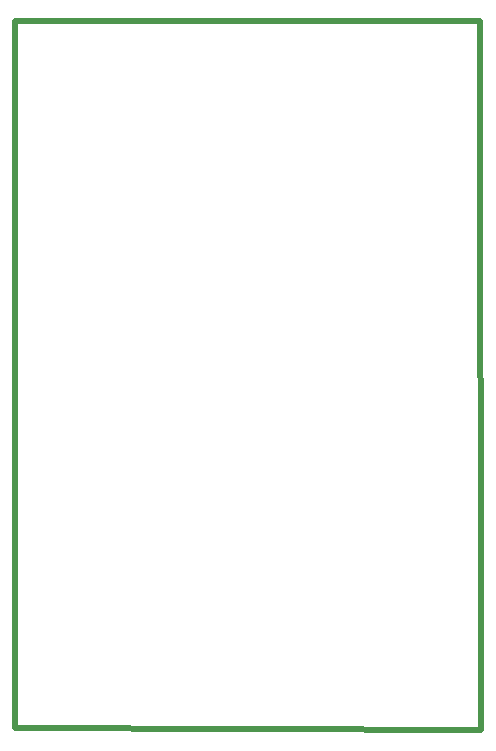
<source format=gko>
%FSLAX33Y33*%
%MOMM*%
%ADD10C,0.508*%
D10*
%LNpath-0*%
G01*
X-71000Y38225D02*
X-31675Y38225D01*
X-31550Y-21800*
X-71050Y-21650*
X-71000Y34125*
X-71000Y38225*
%LNmechanical details_traces*%
M02*
</source>
